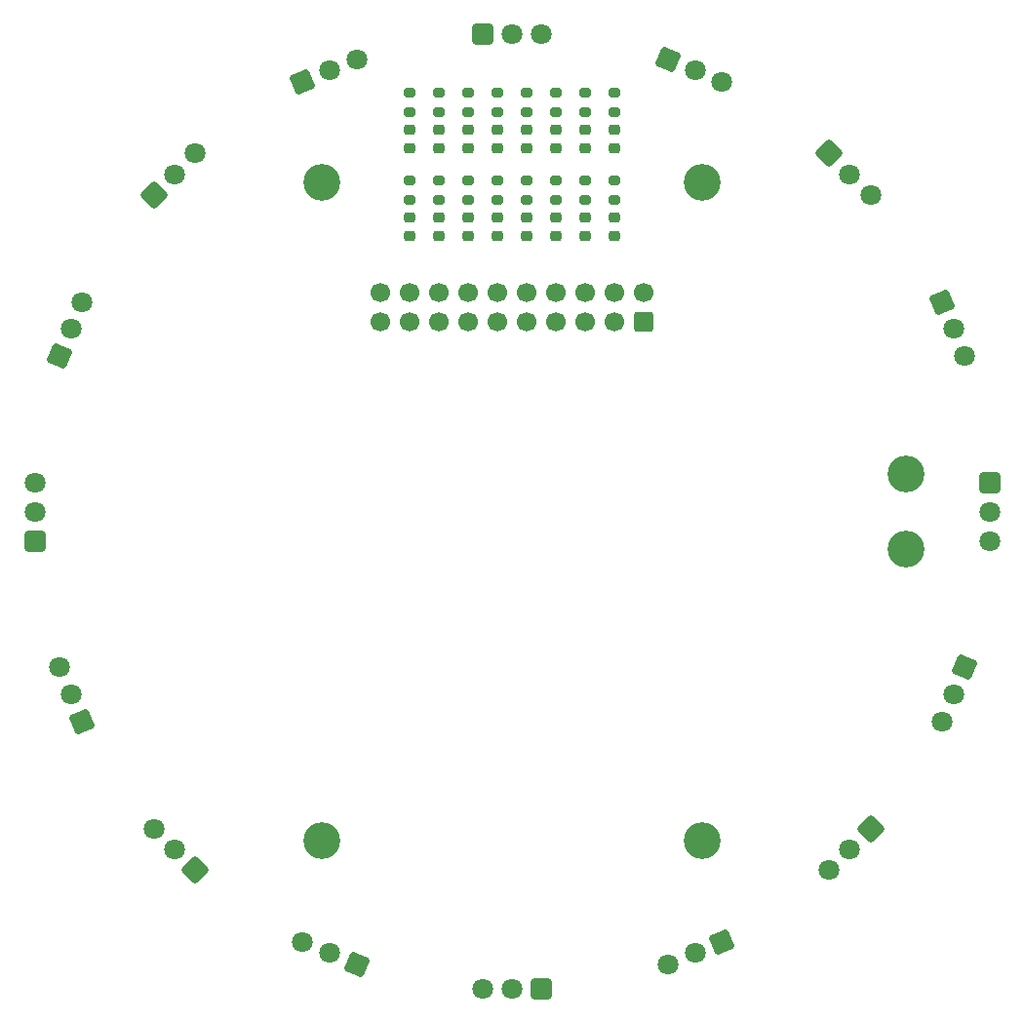
<source format=gbr>
%TF.GenerationSoftware,KiCad,Pcbnew,7.0.6*%
%TF.CreationDate,2023-12-16T12:44:14+09:00*%
%TF.ProjectId,BallSensor_TSSP58038_20230330,42616c6c-5365-46e7-936f-725f54535350,rev?*%
%TF.SameCoordinates,Original*%
%TF.FileFunction,Soldermask,Bot*%
%TF.FilePolarity,Negative*%
%FSLAX46Y46*%
G04 Gerber Fmt 4.6, Leading zero omitted, Abs format (unit mm)*
G04 Created by KiCad (PCBNEW 7.0.6) date 2023-12-16 12:44:14*
%MOMM*%
%LPD*%
G01*
G04 APERTURE LIST*
G04 Aperture macros list*
%AMRoundRect*
0 Rectangle with rounded corners*
0 $1 Rounding radius*
0 $2 $3 $4 $5 $6 $7 $8 $9 X,Y pos of 4 corners*
0 Add a 4 corners polygon primitive as box body*
4,1,4,$2,$3,$4,$5,$6,$7,$8,$9,$2,$3,0*
0 Add four circle primitives for the rounded corners*
1,1,$1+$1,$2,$3*
1,1,$1+$1,$4,$5*
1,1,$1+$1,$6,$7*
1,1,$1+$1,$8,$9*
0 Add four rect primitives between the rounded corners*
20,1,$1+$1,$2,$3,$4,$5,0*
20,1,$1+$1,$4,$5,$6,$7,0*
20,1,$1+$1,$6,$7,$8,$9,0*
20,1,$1+$1,$8,$9,$2,$3,0*%
G04 Aperture macros list end*
%ADD10C,3.200000*%
%ADD11RoundRect,0.200000X-0.275000X0.200000X-0.275000X-0.200000X0.275000X-0.200000X0.275000X0.200000X0*%
%ADD12RoundRect,0.250200X0.849005X0.351669X-0.351669X0.849005X-0.849005X-0.351669X0.351669X-0.849005X0*%
%ADD13C,1.800000*%
%ADD14RoundRect,0.225000X-0.250000X0.225000X-0.250000X-0.225000X0.250000X-0.225000X0.250000X0.225000X0*%
%ADD15RoundRect,0.250200X-0.849005X-0.351669X0.351669X-0.849005X0.849005X0.351669X-0.351669X0.849005X0*%
%ADD16RoundRect,0.250200X-0.918956X0.000000X0.000000X-0.918956X0.918956X0.000000X0.000000X0.918956X0*%
%ADD17RoundRect,0.250000X0.600000X-0.600000X0.600000X0.600000X-0.600000X0.600000X-0.600000X-0.600000X0*%
%ADD18C,1.700000*%
%ADD19RoundRect,0.250200X-0.649800X-0.649800X0.649800X-0.649800X0.649800X0.649800X-0.649800X0.649800X0*%
%ADD20RoundRect,0.250200X-0.351669X0.849005X-0.849005X-0.351669X0.351669X-0.849005X0.849005X0.351669X0*%
%ADD21RoundRect,0.250200X0.918956X0.000000X0.000000X0.918956X-0.918956X0.000000X0.000000X-0.918956X0*%
%ADD22RoundRect,0.250200X0.649800X-0.649800X0.649800X0.649800X-0.649800X0.649800X-0.649800X-0.649800X0*%
%ADD23RoundRect,0.250200X0.351669X0.849005X-0.849005X0.351669X-0.351669X-0.849005X0.849005X-0.351669X0*%
%ADD24RoundRect,0.250200X0.000000X-0.918956X0.918956X0.000000X0.000000X0.918956X-0.918956X0.000000X0*%
%ADD25RoundRect,0.250200X-0.649800X0.649800X-0.649800X-0.649800X0.649800X-0.649800X0.649800X0.649800X0*%
%ADD26RoundRect,0.250200X0.351669X-0.849005X0.849005X0.351669X-0.351669X0.849005X-0.849005X-0.351669X0*%
%ADD27RoundRect,0.250200X-0.351669X-0.849005X0.849005X-0.351669X0.351669X0.849005X-0.849005X0.351669X0*%
%ADD28RoundRect,0.250200X-0.849005X0.351669X-0.351669X-0.849005X0.849005X-0.351669X0.351669X0.849005X0*%
%ADD29RoundRect,0.250200X0.849005X-0.351669X0.351669X0.849005X-0.849005X0.351669X-0.351669X-0.849005X0*%
%ADD30RoundRect,0.250200X0.000000X0.918956X-0.918956X0.000000X0.000000X-0.918956X0.918956X0.000000X0*%
%ADD31RoundRect,0.250200X0.649800X0.649800X-0.649800X0.649800X-0.649800X-0.649800X0.649800X-0.649800X0*%
G04 APERTURE END LIST*
D10*
%TO.C,REF\u002A\u002A*%
X84465000Y-71107200D03*
%TD*%
%TO.C,REF\u002A\u002A*%
X135134565Y-96441978D03*
%TD*%
%TO.C,REF\u002A\u002A*%
X117465000Y-128264838D03*
%TD*%
%TO.C,REF\u002A\u002A*%
X84465000Y-128264840D03*
%TD*%
%TO.C,REF\u002A\u002A*%
X135134600Y-102930000D03*
%TD*%
%TO.C,REF\u002A\u002A*%
X117465000Y-71107162D03*
%TD*%
D11*
%TO.C,R3*%
X109855000Y-63310000D03*
X109855000Y-64960000D03*
%TD*%
D12*
%TO.C,U8*%
X87449425Y-138952822D03*
D13*
X85102771Y-137980806D03*
X82756117Y-137008790D03*
%TD*%
D14*
%TO.C,C5*%
X107315000Y-66535000D03*
X107315000Y-68085000D03*
%TD*%
D11*
%TO.C,R15*%
X94615000Y-63310000D03*
X94615000Y-64960000D03*
%TD*%
D14*
%TO.C,C8*%
X102235000Y-74155000D03*
X102235000Y-75705000D03*
%TD*%
%TO.C,C10*%
X99695000Y-74155000D03*
X99695000Y-75705000D03*
%TD*%
D11*
%TO.C,R2*%
X109855000Y-70930000D03*
X109855000Y-72580000D03*
%TD*%
D14*
%TO.C,C4*%
X107315000Y-74155000D03*
X107315000Y-75705000D03*
%TD*%
D11*
%TO.C,R4*%
X107315000Y-70930000D03*
X107315000Y-72580000D03*
%TD*%
D14*
%TO.C,C9*%
X102235000Y-66535000D03*
X102235000Y-68085000D03*
%TD*%
D15*
%TO.C,U16*%
X114480574Y-60419177D03*
D13*
X116827228Y-61391193D03*
X119173882Y-62363209D03*
%TD*%
D16*
%TO.C,U15*%
X128478525Y-68580372D03*
D13*
X130274576Y-70376423D03*
X132070627Y-72172474D03*
%TD*%
D11*
%TO.C,R6*%
X104775000Y-70930000D03*
X104775000Y-72580000D03*
%TD*%
%TO.C,R9*%
X102235000Y-63310000D03*
X102235000Y-64960000D03*
%TD*%
D14*
%TO.C,C7*%
X104775000Y-66535000D03*
X104775000Y-68085000D03*
%TD*%
%TO.C,C14*%
X94615000Y-74155000D03*
X94615000Y-75705000D03*
%TD*%
D17*
%TO.C,J1*%
X112395000Y-83185000D03*
D18*
X112395000Y-80645000D03*
X109855000Y-83185000D03*
X109855000Y-80645000D03*
X107315000Y-83185000D03*
X107315000Y-80645000D03*
X104775000Y-83185000D03*
X104775000Y-80645000D03*
X102235000Y-83185000D03*
X102235000Y-80645000D03*
X99695000Y-83185000D03*
X99695000Y-80645000D03*
X97155000Y-83185000D03*
X97155000Y-80645000D03*
X94615000Y-83185000D03*
X94615000Y-80645000D03*
X92075000Y-83185000D03*
X92075000Y-80645000D03*
X89535000Y-83185000D03*
X89535000Y-80645000D03*
%TD*%
D11*
%TO.C,R10*%
X99695000Y-70930000D03*
X99695000Y-72580000D03*
%TD*%
D14*
%TO.C,C2*%
X109855000Y-74155000D03*
X109855000Y-75705000D03*
%TD*%
D19*
%TO.C,U1*%
X98425000Y-58236000D03*
D13*
X100965000Y-58236000D03*
X103505000Y-58236000D03*
%TD*%
D14*
%TO.C,C13*%
X97155000Y-66535000D03*
X97155000Y-68085000D03*
%TD*%
%TO.C,C6*%
X104775000Y-74155000D03*
X104775000Y-75705000D03*
%TD*%
D11*
%TO.C,R14*%
X94615000Y-70930000D03*
X94615000Y-72580000D03*
%TD*%
%TO.C,R5*%
X107315000Y-63310000D03*
X107315000Y-64960000D03*
%TD*%
D20*
%TO.C,U12*%
X140231822Y-113201574D03*
D13*
X139259806Y-115548228D03*
X138287790Y-117894882D03*
%TD*%
D14*
%TO.C,C15*%
X94615000Y-66535000D03*
X94615000Y-68085000D03*
%TD*%
D21*
%TO.C,U7*%
X73451474Y-130791627D03*
D13*
X71655423Y-128995576D03*
X69859372Y-127199525D03*
%TD*%
D14*
%TO.C,C3*%
X109855000Y-66535000D03*
X109855000Y-68085000D03*
%TD*%
D22*
%TO.C,U5*%
X59515000Y-102226000D03*
D13*
X59515000Y-99686000D03*
X59515000Y-97146000D03*
%TD*%
D23*
%TO.C,U10*%
X119173882Y-137008790D03*
D13*
X116827228Y-137980806D03*
X114480574Y-138952822D03*
%TD*%
D11*
%TO.C,R16*%
X92075000Y-70930000D03*
X92075000Y-72580000D03*
%TD*%
D24*
%TO.C,U3*%
X69859372Y-72172474D03*
D13*
X71655423Y-70376423D03*
X73451474Y-68580372D03*
%TD*%
D11*
%TO.C,R8*%
X102235000Y-70930000D03*
X102235000Y-72580000D03*
%TD*%
D25*
%TO.C,U13*%
X142415000Y-97146000D03*
D13*
X142415000Y-99686000D03*
X142415000Y-102226000D03*
%TD*%
D26*
%TO.C,U4*%
X61698177Y-86170425D03*
D13*
X62670193Y-83823771D03*
X63642209Y-81477117D03*
%TD*%
D11*
%TO.C,R17*%
X92075000Y-63310000D03*
X92075000Y-64960000D03*
%TD*%
D14*
%TO.C,C17*%
X92075000Y-66535000D03*
X92075000Y-68085000D03*
%TD*%
%TO.C,C12*%
X97155000Y-74155000D03*
X97155000Y-75705000D03*
%TD*%
D11*
%TO.C,R13*%
X97155000Y-63310000D03*
X97155000Y-64960000D03*
%TD*%
D27*
%TO.C,U2*%
X82756117Y-62363209D03*
D13*
X85102771Y-61391193D03*
X87449425Y-60419177D03*
%TD*%
D11*
%TO.C,R12*%
X97155000Y-70930000D03*
X97155000Y-72580000D03*
%TD*%
D28*
%TO.C,U14*%
X138287790Y-81477117D03*
D13*
X139259806Y-83823771D03*
X140231822Y-86170425D03*
%TD*%
D11*
%TO.C,R7*%
X104775000Y-63310000D03*
X104775000Y-64960000D03*
%TD*%
%TO.C,R11*%
X99695000Y-63310000D03*
X99695000Y-64960000D03*
%TD*%
D14*
%TO.C,C11*%
X99695000Y-66535000D03*
X99695000Y-68085000D03*
%TD*%
D29*
%TO.C,U6*%
X63642209Y-117894882D03*
D13*
X62670193Y-115548228D03*
X61698177Y-113201574D03*
%TD*%
D14*
%TO.C,C16*%
X92075000Y-74155000D03*
X92075000Y-75705000D03*
%TD*%
D30*
%TO.C,U11*%
X132070627Y-127199525D03*
D13*
X130274576Y-128995576D03*
X128478525Y-130791627D03*
%TD*%
D31*
%TO.C,U9*%
X103505000Y-141136000D03*
D13*
X100965000Y-141136000D03*
X98425000Y-141136000D03*
%TD*%
M02*

</source>
